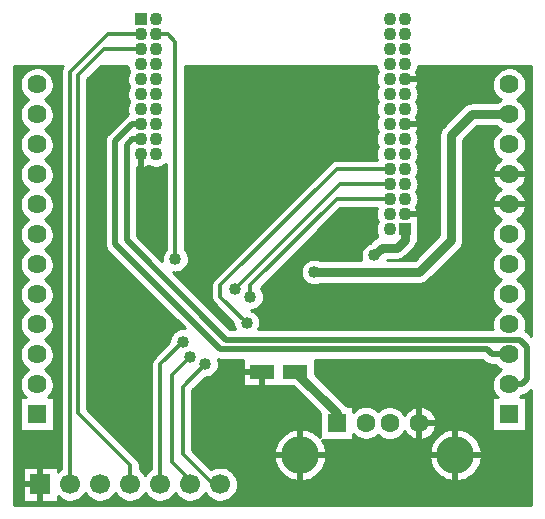
<source format=gbr>
G04 DipTrace 2.4.0.2*
%INTop.gbr*%
%MOMM*%
%ADD13C,0.3*%
%ADD14C,0.5*%
%ADD15C,0.75*%
%ADD16C,0.25*%
%ADD18R,2.0X1.2*%
%ADD19R,1.62X1.62*%
%ADD20C,1.62*%
%ADD21R,1.6X1.6*%
%ADD22C,1.6*%
%ADD23C,3.2*%
%ADD24R,1.7X1.7*%
%ADD25C,1.7*%
%ADD26R,1.0X1.0*%
%ADD27C,1.1*%
%ADD28C,1.016*%
%FSLAX53Y53*%
G04*
G71*
G90*
G75*
G01*
%LNTop*%
%LPD*%
X21350Y50975D2*
D13*
X18550D1*
X15355Y47780D1*
Y12855D1*
X22620Y50975D2*
X23590D1*
X24245Y50320D1*
Y31905D1*
X21350Y49705D2*
X18233D1*
X15990Y47462D1*
Y18887D1*
X20435Y14443D1*
Y12855D1*
X42380Y38255D2*
X38215D1*
X29325Y29365D1*
X24880Y24920D2*
X22975Y23015D1*
Y12855D1*
X42380Y36985D2*
X37898D1*
X30595Y29683D1*
Y28730D1*
X25515Y23650D2*
X23927Y22062D1*
Y14760D1*
X25515Y13172D1*
Y12855D1*
X42380Y39525D2*
X37898D1*
X28055Y29683D1*
Y28730D1*
X30278Y26508D1*
X26785Y23015D2*
X24880Y21110D1*
Y15395D1*
X27420Y12855D1*
X28055D1*
X21350Y42085D2*
D14*
X20612D1*
X20116Y41590D1*
Y33494D1*
X28532Y25078D1*
X53446D1*
X54032Y24492D1*
Y21751D1*
X53582Y21300D1*
X52500D1*
X21350Y43355D2*
X20611D1*
X19164Y41907D1*
Y33176D1*
X28056Y24284D1*
X50599D1*
X51044Y23840D1*
X52500D1*
X37890Y18032D2*
D15*
Y18895D1*
X34405Y22380D1*
X52500Y44160D2*
X49340D1*
X47592Y42412D1*
Y33493D1*
X44912Y30814D1*
X35992D1*
X43650Y34445D2*
Y33495D1*
X43012Y32857D1*
X41708D1*
X41072Y32222D1*
D28*
X24245Y31905D3*
X29325Y29365D3*
X24880Y24920D3*
X30595Y28730D3*
X25515Y23650D3*
X30278Y26508D3*
X26785Y23015D3*
X35992Y30814D3*
X41072Y32222D3*
X21705Y26190D3*
Y23015D3*
X38532Y22380D3*
X28690Y40160D3*
X38532Y29011D3*
X26150Y33810D3*
Y40160D3*
X28690Y33810D3*
X43930Y29011D3*
Y27460D3*
Y22380D3*
X38532Y27460D3*
X33770Y30000D3*
Y27460D3*
X22022Y36032D3*
X28055Y20475D3*
Y17935D3*
X10650Y48043D2*
D16*
X11942D1*
X13058D2*
X14590D1*
X17707D2*
X20207D1*
X25054D2*
X41231D1*
X44800D2*
X51942D1*
X53058D2*
X54350D1*
X10650Y47797D2*
X11536D1*
X13464D2*
X14547D1*
X17461D2*
X20321D1*
X25054D2*
X41344D1*
X44687D2*
X51536D1*
X53464D2*
X54350D1*
X10650Y47550D2*
X11305D1*
X13695D2*
X14547D1*
X17211D2*
X20204D1*
X25054D2*
X41243D1*
X44789D2*
X51305D1*
X53695D2*
X54350D1*
X10650Y47303D2*
X11161D1*
X13839D2*
X14547D1*
X16964D2*
X20149D1*
X25054D2*
X41180D1*
X44847D2*
X51161D1*
X53839D2*
X54350D1*
X10650Y47057D2*
X11075D1*
X13925D2*
X14547D1*
X16800D2*
X20145D1*
X25054D2*
X41172D1*
X44855D2*
X51075D1*
X53925D2*
X54350D1*
X10650Y46810D2*
X11036D1*
X13964D2*
X14547D1*
X16800D2*
X20196D1*
X25054D2*
X41219D1*
X44812D2*
X51036D1*
X53964D2*
X54350D1*
X10650Y46563D2*
X11036D1*
X13964D2*
X14547D1*
X16800D2*
X20305D1*
X25054D2*
X41325D1*
X44707D2*
X51036D1*
X53964D2*
X54350D1*
X10650Y46317D2*
X11082D1*
X13918D2*
X14547D1*
X16800D2*
X20219D1*
X25054D2*
X41254D1*
X44773D2*
X51082D1*
X53918D2*
X54350D1*
X10650Y46070D2*
X11176D1*
X13824D2*
X14547D1*
X16800D2*
X20153D1*
X25054D2*
X41188D1*
X44843D2*
X51176D1*
X53824D2*
X54350D1*
X10650Y45823D2*
X11329D1*
X13671D2*
X14547D1*
X16800D2*
X20141D1*
X25054D2*
X41172D1*
X44859D2*
X51328D1*
X53672D2*
X54350D1*
X10650Y45577D2*
X11567D1*
X13433D2*
X14547D1*
X16800D2*
X20184D1*
X25054D2*
X41207D1*
X44820D2*
X51567D1*
X53433D2*
X54350D1*
X10650Y45330D2*
X11629D1*
X13371D2*
X14547D1*
X16800D2*
X20286D1*
X25054D2*
X41305D1*
X44726D2*
X51629D1*
X53371D2*
X54350D1*
X10650Y45083D2*
X11364D1*
X13636D2*
X14547D1*
X16800D2*
X20231D1*
X25054D2*
X41270D1*
X44757D2*
X48907D1*
X53636D2*
X54350D1*
X10650Y44837D2*
X11200D1*
X13800D2*
X14547D1*
X16800D2*
X20161D1*
X25054D2*
X41192D1*
X44836D2*
X48563D1*
X53800D2*
X54350D1*
X10650Y44590D2*
X11094D1*
X13906D2*
X14547D1*
X16800D2*
X20141D1*
X25054D2*
X41172D1*
X44859D2*
X48317D1*
X53906D2*
X54350D1*
X10650Y44343D2*
X11043D1*
X13957D2*
X14547D1*
X16800D2*
X20176D1*
X25054D2*
X41200D1*
X44832D2*
X48071D1*
X53957D2*
X54350D1*
X10650Y44097D2*
X11032D1*
X13968D2*
X14547D1*
X16800D2*
X20102D1*
X25054D2*
X41286D1*
X44746D2*
X47825D1*
X53968D2*
X54350D1*
X10650Y43850D2*
X11063D1*
X13937D2*
X14547D1*
X16800D2*
X19829D1*
X25054D2*
X41289D1*
X44742D2*
X47578D1*
X53937D2*
X54350D1*
X10650Y43603D2*
X11141D1*
X13859D2*
X14547D1*
X16800D2*
X19582D1*
X25054D2*
X41200D1*
X44828D2*
X47332D1*
X53859D2*
X54350D1*
X10650Y43357D2*
X11274D1*
X13726D2*
X14547D1*
X16800D2*
X19336D1*
X25054D2*
X41172D1*
X44859D2*
X47082D1*
X53726D2*
X54350D1*
X10650Y43110D2*
X11481D1*
X13519D2*
X14547D1*
X16800D2*
X19090D1*
X25054D2*
X41192D1*
X44839D2*
X46836D1*
X49742D2*
X51481D1*
X53519D2*
X54350D1*
X10650Y42863D2*
X11739D1*
X13261D2*
X14547D1*
X16800D2*
X18844D1*
X25054D2*
X41270D1*
X44761D2*
X46664D1*
X49496D2*
X51739D1*
X53261D2*
X54350D1*
X10650Y42617D2*
X11430D1*
X13570D2*
X14547D1*
X16800D2*
X18598D1*
X25054D2*
X41305D1*
X44722D2*
X46578D1*
X49250D2*
X51430D1*
X53570D2*
X54350D1*
X10650Y42370D2*
X11239D1*
X13761D2*
X14547D1*
X16800D2*
X18383D1*
X25054D2*
X41211D1*
X44820D2*
X46559D1*
X49004D2*
X51239D1*
X53761D2*
X54350D1*
X10650Y42123D2*
X11121D1*
X13879D2*
X14547D1*
X16800D2*
X18282D1*
X25054D2*
X41172D1*
X44859D2*
X46559D1*
X48757D2*
X51121D1*
X53879D2*
X54350D1*
X10650Y41877D2*
X11055D1*
X13945D2*
X14547D1*
X16800D2*
X18254D1*
X25054D2*
X41184D1*
X44843D2*
X46559D1*
X48629D2*
X51055D1*
X53945D2*
X54350D1*
X10650Y41630D2*
X11032D1*
X13968D2*
X14547D1*
X16800D2*
X18254D1*
X25054D2*
X41254D1*
X44777D2*
X46559D1*
X48629D2*
X51032D1*
X53968D2*
X54350D1*
X10650Y41383D2*
X11051D1*
X13949D2*
X14547D1*
X16800D2*
X18254D1*
X25054D2*
X41328D1*
X44703D2*
X46559D1*
X48629D2*
X51051D1*
X53949D2*
X54350D1*
X10650Y41137D2*
X11114D1*
X13886D2*
X14547D1*
X16800D2*
X18254D1*
X25054D2*
X41219D1*
X44808D2*
X46559D1*
X48629D2*
X51114D1*
X53886D2*
X54350D1*
X10650Y40890D2*
X11227D1*
X13773D2*
X14547D1*
X16800D2*
X18254D1*
X25054D2*
X41172D1*
X44855D2*
X46559D1*
X48629D2*
X51227D1*
X53773D2*
X54350D1*
X10650Y40643D2*
X11411D1*
X13589D2*
X14547D1*
X16800D2*
X18254D1*
X25054D2*
X41180D1*
X44851D2*
X46559D1*
X48629D2*
X51411D1*
X53589D2*
X54350D1*
X10650Y40397D2*
X11707D1*
X13293D2*
X14547D1*
X16800D2*
X18254D1*
X25054D2*
X41239D1*
X44789D2*
X46559D1*
X48629D2*
X51707D1*
X53293D2*
X54350D1*
X10650Y40150D2*
X11504D1*
X13496D2*
X14547D1*
X16800D2*
X18254D1*
X25054D2*
X37399D1*
X44683D2*
X46559D1*
X48629D2*
X51504D1*
X53496D2*
X54350D1*
X10650Y39903D2*
X11289D1*
X13711D2*
X14547D1*
X16800D2*
X18254D1*
X25054D2*
X37141D1*
X44797D2*
X46559D1*
X48629D2*
X51289D1*
X53711D2*
X54350D1*
X10650Y39657D2*
X11149D1*
X13851D2*
X14547D1*
X16800D2*
X18254D1*
X21621D2*
X22348D1*
X22890D2*
X23434D1*
X25054D2*
X36895D1*
X44851D2*
X46559D1*
X48629D2*
X51149D1*
X53851D2*
X54350D1*
X10650Y39410D2*
X11067D1*
X13933D2*
X14547D1*
X16800D2*
X18254D1*
X21027D2*
X23434D1*
X25054D2*
X36649D1*
X44855D2*
X46559D1*
X48629D2*
X51067D1*
X53933D2*
X54350D1*
X10650Y39163D2*
X11032D1*
X13968D2*
X14547D1*
X16800D2*
X18254D1*
X21027D2*
X23434D1*
X25054D2*
X36403D1*
X44804D2*
X46559D1*
X48629D2*
X51032D1*
X53968D2*
X54350D1*
X10650Y38917D2*
X11039D1*
X13961D2*
X14547D1*
X16800D2*
X18254D1*
X21027D2*
X23434D1*
X25054D2*
X36153D1*
X44691D2*
X46559D1*
X48629D2*
X51039D1*
X53961D2*
X54350D1*
X10650Y38670D2*
X11090D1*
X13910D2*
X14547D1*
X16800D2*
X18254D1*
X21027D2*
X23434D1*
X25054D2*
X35907D1*
X44785D2*
X46559D1*
X48629D2*
X51090D1*
X53910D2*
X54350D1*
X10650Y38423D2*
X11188D1*
X13812D2*
X14547D1*
X16800D2*
X18254D1*
X21027D2*
X23434D1*
X25054D2*
X35661D1*
X44847D2*
X46559D1*
X48629D2*
X51188D1*
X53812D2*
X54350D1*
X10650Y38177D2*
X11348D1*
X13652D2*
X14547D1*
X16800D2*
X18254D1*
X21027D2*
X23434D1*
X25054D2*
X35414D1*
X44859D2*
X46559D1*
X48629D2*
X51348D1*
X53652D2*
X54350D1*
X10650Y37930D2*
X11602D1*
X13398D2*
X14547D1*
X16800D2*
X18254D1*
X21027D2*
X23434D1*
X25054D2*
X35168D1*
X44816D2*
X46559D1*
X48629D2*
X51602D1*
X53398D2*
X54350D1*
X10650Y37683D2*
X11590D1*
X13410D2*
X14547D1*
X16800D2*
X18254D1*
X21027D2*
X23434D1*
X25054D2*
X34922D1*
X44711D2*
X46559D1*
X48629D2*
X51590D1*
X53410D2*
X54350D1*
X10650Y37437D2*
X11344D1*
X13656D2*
X14547D1*
X16800D2*
X18254D1*
X21027D2*
X23434D1*
X25054D2*
X34676D1*
X44769D2*
X46559D1*
X48629D2*
X51344D1*
X53656D2*
X54350D1*
X10650Y37190D2*
X11184D1*
X13816D2*
X14547D1*
X16800D2*
X18254D1*
X21027D2*
X23434D1*
X25054D2*
X34426D1*
X44843D2*
X46559D1*
X48629D2*
X51184D1*
X53816D2*
X54350D1*
X10650Y36943D2*
X11086D1*
X13914D2*
X14547D1*
X16800D2*
X18254D1*
X21027D2*
X23434D1*
X25054D2*
X34180D1*
X44859D2*
X46559D1*
X48629D2*
X51086D1*
X53914D2*
X54350D1*
X10650Y36697D2*
X11039D1*
X13961D2*
X14547D1*
X16800D2*
X18254D1*
X21027D2*
X23434D1*
X25054D2*
X33934D1*
X44824D2*
X46559D1*
X48629D2*
X51039D1*
X53961D2*
X54350D1*
X10650Y36450D2*
X11032D1*
X13968D2*
X14547D1*
X16800D2*
X18254D1*
X21027D2*
X23434D1*
X25054D2*
X33688D1*
X44730D2*
X46559D1*
X48629D2*
X51032D1*
X53968D2*
X54350D1*
X10650Y36203D2*
X11071D1*
X13929D2*
X14547D1*
X16800D2*
X18254D1*
X21027D2*
X23434D1*
X25054D2*
X33442D1*
X44754D2*
X46559D1*
X48629D2*
X51071D1*
X53929D2*
X54350D1*
X10650Y35957D2*
X11153D1*
X13847D2*
X14547D1*
X16800D2*
X18254D1*
X21027D2*
X23434D1*
X25054D2*
X33196D1*
X38004D2*
X41196D1*
X44836D2*
X46559D1*
X48629D2*
X51153D1*
X53847D2*
X54350D1*
X10650Y35710D2*
X11293D1*
X13707D2*
X14547D1*
X16800D2*
X18254D1*
X21027D2*
X23434D1*
X25054D2*
X32950D1*
X37757D2*
X41172D1*
X44859D2*
X46559D1*
X48629D2*
X51293D1*
X53707D2*
X54350D1*
X10650Y35463D2*
X11512D1*
X13488D2*
X14547D1*
X16800D2*
X18254D1*
X21027D2*
X23434D1*
X25054D2*
X32700D1*
X37511D2*
X41196D1*
X44832D2*
X46559D1*
X48629D2*
X51512D1*
X53488D2*
X54350D1*
X10650Y35217D2*
X11696D1*
X13304D2*
X14547D1*
X16800D2*
X18254D1*
X21027D2*
X23434D1*
X25054D2*
X32453D1*
X37265D2*
X41282D1*
X44808D2*
X46559D1*
X48629D2*
X51696D1*
X53304D2*
X54350D1*
X10650Y34970D2*
X11403D1*
X13597D2*
X14547D1*
X16800D2*
X18254D1*
X21027D2*
X23434D1*
X25054D2*
X32207D1*
X37015D2*
X41293D1*
X44808D2*
X46559D1*
X48629D2*
X51403D1*
X53597D2*
X54350D1*
X10650Y34723D2*
X11223D1*
X13777D2*
X14547D1*
X16800D2*
X18254D1*
X21027D2*
X23434D1*
X25054D2*
X31961D1*
X36769D2*
X41203D1*
X44808D2*
X46559D1*
X48629D2*
X51223D1*
X53777D2*
X54350D1*
X10650Y34477D2*
X11110D1*
X13890D2*
X14547D1*
X16800D2*
X18254D1*
X21027D2*
X23434D1*
X25054D2*
X31715D1*
X36523D2*
X41172D1*
X44808D2*
X46559D1*
X48629D2*
X51110D1*
X53890D2*
X54350D1*
X10650Y34230D2*
X11047D1*
X13953D2*
X14547D1*
X16800D2*
X18254D1*
X21027D2*
X23434D1*
X25054D2*
X31469D1*
X36277D2*
X41192D1*
X44808D2*
X46559D1*
X48629D2*
X51047D1*
X53953D2*
X54350D1*
X10650Y33983D2*
X11032D1*
X13968D2*
X14547D1*
X16800D2*
X18254D1*
X21027D2*
X23434D1*
X25054D2*
X31223D1*
X36031D2*
X41266D1*
X44808D2*
X46559D1*
X48629D2*
X51032D1*
X53968D2*
X54350D1*
X10650Y33737D2*
X11055D1*
X13945D2*
X14547D1*
X16800D2*
X18254D1*
X21148D2*
X23434D1*
X25054D2*
X30973D1*
X35785D2*
X41188D1*
X44808D2*
X46383D1*
X48629D2*
X51055D1*
X53945D2*
X54350D1*
X10650Y33490D2*
X11121D1*
X13879D2*
X14547D1*
X16800D2*
X18254D1*
X21398D2*
X23434D1*
X25054D2*
X30727D1*
X35539D2*
X40887D1*
X44808D2*
X46137D1*
X48629D2*
X51121D1*
X53879D2*
X54350D1*
X10650Y33243D2*
X11243D1*
X13757D2*
X14547D1*
X16800D2*
X18254D1*
X21644D2*
X23434D1*
X25054D2*
X30481D1*
X35289D2*
X40536D1*
X44652D2*
X45891D1*
X48597D2*
X51243D1*
X53757D2*
X54350D1*
X10650Y32997D2*
X11434D1*
X13566D2*
X14547D1*
X16800D2*
X18274D1*
X21890D2*
X23434D1*
X25054D2*
X30235D1*
X35043D2*
X40207D1*
X44554D2*
X45641D1*
X48496D2*
X51434D1*
X53566D2*
X54350D1*
X10650Y32750D2*
X11750D1*
X13250D2*
X14547D1*
X16800D2*
X18364D1*
X22136D2*
X23434D1*
X25054D2*
X29989D1*
X34797D2*
X40036D1*
X44359D2*
X45395D1*
X48300D2*
X51750D1*
X53250D2*
X54350D1*
X10650Y32503D2*
X11477D1*
X13523D2*
X14547D1*
X16800D2*
X18559D1*
X22382D2*
X23246D1*
X25242D2*
X29743D1*
X34550D2*
X39942D1*
X44113D2*
X45149D1*
X48054D2*
X51477D1*
X53523D2*
X54350D1*
X10650Y32257D2*
X11270D1*
X13730D2*
X14547D1*
X16800D2*
X18809D1*
X22629D2*
X23133D1*
X25359D2*
X29493D1*
X34304D2*
X39907D1*
X43863D2*
X44903D1*
X47808D2*
X51270D1*
X53730D2*
X54350D1*
X10650Y32010D2*
X11141D1*
X13859D2*
X14547D1*
X16800D2*
X19055D1*
X22875D2*
X23082D1*
X25410D2*
X29246D1*
X34058D2*
X39926D1*
X43586D2*
X44657D1*
X47562D2*
X51141D1*
X53859D2*
X54350D1*
X10650Y31763D2*
X11063D1*
X13937D2*
X14547D1*
X16800D2*
X19301D1*
X25402D2*
X29000D1*
X33812D2*
X35332D1*
X47316D2*
X51063D1*
X53937D2*
X54350D1*
X10650Y31517D2*
X11032D1*
X13968D2*
X14547D1*
X16800D2*
X19547D1*
X25343D2*
X28754D1*
X33562D2*
X35067D1*
X47070D2*
X51032D1*
X53968D2*
X54350D1*
X10650Y31270D2*
X11043D1*
X13957D2*
X14547D1*
X16800D2*
X19793D1*
X25218D2*
X28508D1*
X33316D2*
X34918D1*
X46820D2*
X51043D1*
X53957D2*
X54350D1*
X10650Y31023D2*
X11098D1*
X13902D2*
X14547D1*
X16800D2*
X20039D1*
X24996D2*
X28262D1*
X33070D2*
X34844D1*
X46574D2*
X51098D1*
X53902D2*
X54350D1*
X10650Y30777D2*
X11204D1*
X13796D2*
X14547D1*
X16800D2*
X20286D1*
X24449D2*
X28016D1*
X32824D2*
X34825D1*
X46328D2*
X51203D1*
X53797D2*
X54350D1*
X10650Y30530D2*
X11368D1*
X13632D2*
X14547D1*
X16800D2*
X20536D1*
X24355D2*
X27766D1*
X32578D2*
X34860D1*
X46082D2*
X51368D1*
X53632D2*
X54350D1*
X10650Y30283D2*
X11637D1*
X13363D2*
X14547D1*
X16800D2*
X20782D1*
X24601D2*
X27520D1*
X32332D2*
X34953D1*
X45836D2*
X51637D1*
X53363D2*
X54350D1*
X10650Y30037D2*
X11559D1*
X13441D2*
X14547D1*
X16800D2*
X21028D1*
X24851D2*
X27329D1*
X32086D2*
X35129D1*
X45582D2*
X51559D1*
X53441D2*
X54350D1*
X10650Y29790D2*
X11321D1*
X13679D2*
X14547D1*
X16800D2*
X21274D1*
X25097D2*
X27254D1*
X31836D2*
X35461D1*
X36527D2*
X51321D1*
X53679D2*
X54350D1*
X10650Y29543D2*
X11172D1*
X13828D2*
X14547D1*
X16800D2*
X21520D1*
X25343D2*
X27246D1*
X31589D2*
X51172D1*
X53828D2*
X54350D1*
X10650Y29297D2*
X11079D1*
X13921D2*
X14547D1*
X16800D2*
X21766D1*
X25589D2*
X27246D1*
X31613D2*
X51078D1*
X53922D2*
X54350D1*
X10650Y29050D2*
X11036D1*
X13964D2*
X14547D1*
X16800D2*
X22012D1*
X25836D2*
X27246D1*
X31718D2*
X51036D1*
X53964D2*
X54350D1*
X10650Y28803D2*
X11036D1*
X13964D2*
X14547D1*
X16800D2*
X22262D1*
X26082D2*
X27246D1*
X31761D2*
X51036D1*
X53964D2*
X54350D1*
X10650Y28557D2*
X11079D1*
X13921D2*
X14547D1*
X16800D2*
X22508D1*
X26328D2*
X27266D1*
X31750D2*
X51078D1*
X53922D2*
X54350D1*
X10650Y28310D2*
X11164D1*
X13836D2*
X14547D1*
X16800D2*
X22754D1*
X26578D2*
X27368D1*
X31683D2*
X51164D1*
X53836D2*
X54350D1*
X10650Y28063D2*
X11313D1*
X13687D2*
X14547D1*
X16800D2*
X23000D1*
X26824D2*
X27586D1*
X31546D2*
X51313D1*
X53687D2*
X54350D1*
X10650Y27817D2*
X11543D1*
X13457D2*
X14547D1*
X16800D2*
X23246D1*
X27070D2*
X27832D1*
X31308D2*
X51543D1*
X53457D2*
X54350D1*
X10650Y27570D2*
X11657D1*
X13343D2*
X14547D1*
X16800D2*
X23493D1*
X27316D2*
X28079D1*
X30722D2*
X51657D1*
X53343D2*
X54350D1*
X10650Y27323D2*
X11379D1*
X13621D2*
X14547D1*
X16800D2*
X23739D1*
X27562D2*
X28329D1*
X31101D2*
X51379D1*
X53621D2*
X54350D1*
X10650Y27077D2*
X11211D1*
X13789D2*
X14547D1*
X16800D2*
X23989D1*
X27808D2*
X28575D1*
X31293D2*
X51211D1*
X53789D2*
X54350D1*
X10650Y26830D2*
X11102D1*
X13898D2*
X14547D1*
X16800D2*
X24235D1*
X28054D2*
X28821D1*
X31398D2*
X51102D1*
X53898D2*
X54350D1*
X10650Y26583D2*
X11043D1*
X13957D2*
X14547D1*
X16800D2*
X24481D1*
X28304D2*
X29067D1*
X31441D2*
X51043D1*
X53957D2*
X54350D1*
X10650Y26337D2*
X11032D1*
X13968D2*
X14547D1*
X16800D2*
X24727D1*
X28550D2*
X29121D1*
X31433D2*
X51032D1*
X53968D2*
X54350D1*
X10650Y26090D2*
X11059D1*
X13941D2*
X14547D1*
X16800D2*
X24973D1*
X28796D2*
X29188D1*
X31367D2*
X51059D1*
X53941D2*
X54350D1*
X10650Y25843D2*
X11133D1*
X13867D2*
X14547D1*
X16800D2*
X24180D1*
X53918D2*
X54350D1*
X10650Y25597D2*
X11262D1*
X13738D2*
X14547D1*
X16800D2*
X23934D1*
X54203D2*
X54350D1*
X10650Y25350D2*
X11461D1*
X13539D2*
X14547D1*
X16800D2*
X23797D1*
X10650Y25103D2*
X11774D1*
X13226D2*
X14547D1*
X16800D2*
X23727D1*
X10650Y24857D2*
X11450D1*
X13550D2*
X14547D1*
X16800D2*
X23680D1*
X10650Y24610D2*
X11254D1*
X13746D2*
X14547D1*
X16800D2*
X23434D1*
X10650Y24363D2*
X11129D1*
X13871D2*
X14547D1*
X16800D2*
X23188D1*
X10650Y24117D2*
X11059D1*
X13941D2*
X14547D1*
X16800D2*
X22942D1*
X10650Y23870D2*
X11032D1*
X13968D2*
X14547D1*
X16800D2*
X22696D1*
X10650Y23623D2*
X11047D1*
X13953D2*
X14547D1*
X16800D2*
X22450D1*
X10650Y23377D2*
X11106D1*
X13894D2*
X14547D1*
X16800D2*
X22254D1*
X27894D2*
X29946D1*
X36066D2*
X50231D1*
X10650Y23130D2*
X11215D1*
X13785D2*
X14547D1*
X16800D2*
X22172D1*
X27945D2*
X29946D1*
X36066D2*
X50493D1*
X10650Y22883D2*
X11391D1*
X13609D2*
X14547D1*
X16800D2*
X22164D1*
X27945D2*
X29946D1*
X36066D2*
X51391D1*
X10650Y22637D2*
X11676D1*
X13324D2*
X14547D1*
X16800D2*
X22164D1*
X27886D2*
X29946D1*
X36066D2*
X51676D1*
X10650Y22390D2*
X11528D1*
X13472D2*
X14547D1*
X16800D2*
X22164D1*
X27765D2*
X29946D1*
X36066D2*
X51528D1*
X10650Y22143D2*
X11301D1*
X13699D2*
X14547D1*
X16800D2*
X22164D1*
X27550D2*
X29946D1*
X36093D2*
X51301D1*
X10650Y21897D2*
X11161D1*
X13839D2*
X14547D1*
X16800D2*
X22164D1*
X27046D2*
X29946D1*
X36339D2*
X51161D1*
X10650Y21650D2*
X11075D1*
X13925D2*
X14547D1*
X16800D2*
X22164D1*
X26554D2*
X29946D1*
X36589D2*
X51075D1*
X10650Y21403D2*
X11036D1*
X13964D2*
X14547D1*
X16800D2*
X22164D1*
X26308D2*
X29946D1*
X36836D2*
X51036D1*
X10650Y21157D2*
X11036D1*
X13964D2*
X14547D1*
X16800D2*
X22164D1*
X26062D2*
X29946D1*
X37082D2*
X51036D1*
X10650Y20910D2*
X11082D1*
X13918D2*
X14547D1*
X16800D2*
X22164D1*
X25816D2*
X34422D1*
X37328D2*
X51082D1*
X10650Y20663D2*
X11180D1*
X13820D2*
X14547D1*
X16800D2*
X22164D1*
X25691D2*
X34668D1*
X37574D2*
X51180D1*
X54222D2*
X54350D1*
X10650Y20417D2*
X11332D1*
X13668D2*
X14547D1*
X16800D2*
X22164D1*
X25691D2*
X34914D1*
X37820D2*
X51332D1*
X53668D2*
X54350D1*
X10650Y20170D2*
X11032D1*
X13968D2*
X14547D1*
X16800D2*
X22164D1*
X25691D2*
X35161D1*
X38066D2*
X51032D1*
X53968D2*
X54350D1*
X10650Y19923D2*
X11032D1*
X13968D2*
X14547D1*
X16800D2*
X22164D1*
X25691D2*
X35411D1*
X38316D2*
X51032D1*
X53968D2*
X54350D1*
X10650Y19677D2*
X11032D1*
X13968D2*
X14547D1*
X16800D2*
X22164D1*
X25691D2*
X35657D1*
X38562D2*
X51032D1*
X53968D2*
X54350D1*
X10650Y19430D2*
X11032D1*
X13968D2*
X14547D1*
X16800D2*
X22164D1*
X25691D2*
X35903D1*
X39351D2*
X40043D1*
X40734D2*
X42043D1*
X42734D2*
X44543D1*
X45234D2*
X51032D1*
X53968D2*
X54350D1*
X10650Y19183D2*
X11032D1*
X13968D2*
X14547D1*
X16828D2*
X22164D1*
X25691D2*
X36149D1*
X39351D2*
X39508D1*
X41269D2*
X41508D1*
X43269D2*
X44008D1*
X45769D2*
X51032D1*
X53968D2*
X54350D1*
X10650Y18937D2*
X11032D1*
X13968D2*
X14547D1*
X17074D2*
X22164D1*
X25691D2*
X36395D1*
X43527D2*
X43750D1*
X46027D2*
X51032D1*
X53968D2*
X54350D1*
X10650Y18690D2*
X11032D1*
X13968D2*
X14547D1*
X17324D2*
X22164D1*
X25691D2*
X36430D1*
X46191D2*
X51032D1*
X53968D2*
X54350D1*
X10650Y18443D2*
X11032D1*
X13968D2*
X14547D1*
X17570D2*
X22164D1*
X25691D2*
X36430D1*
X46289D2*
X51032D1*
X53968D2*
X54350D1*
X10650Y18197D2*
X11032D1*
X13968D2*
X14547D1*
X17816D2*
X22164D1*
X25691D2*
X36430D1*
X46339D2*
X51032D1*
X53968D2*
X54350D1*
X10650Y17950D2*
X11032D1*
X13968D2*
X14547D1*
X18062D2*
X22164D1*
X25691D2*
X36430D1*
X46347D2*
X51032D1*
X53968D2*
X54350D1*
X10650Y17703D2*
X11032D1*
X13968D2*
X14547D1*
X18308D2*
X22164D1*
X25691D2*
X36430D1*
X46312D2*
X51032D1*
X53968D2*
X54350D1*
X10650Y17457D2*
X11032D1*
X13968D2*
X14547D1*
X18554D2*
X22164D1*
X25691D2*
X34106D1*
X35535D2*
X36430D1*
X46230D2*
X47243D1*
X48675D2*
X51032D1*
X53968D2*
X54350D1*
X10650Y17210D2*
X14547D1*
X18800D2*
X22164D1*
X25691D2*
X33586D1*
X36054D2*
X36430D1*
X46089D2*
X46723D1*
X49195D2*
X54350D1*
X10650Y16963D2*
X14547D1*
X19050D2*
X22164D1*
X25691D2*
X33270D1*
X43375D2*
X43907D1*
X45875D2*
X46407D1*
X49511D2*
X54350D1*
X10650Y16717D2*
X14547D1*
X19296D2*
X22164D1*
X25691D2*
X33039D1*
X39351D2*
X39789D1*
X40988D2*
X41789D1*
X42988D2*
X44289D1*
X45488D2*
X46180D1*
X49738D2*
X54350D1*
X10650Y16470D2*
X14547D1*
X19543D2*
X22164D1*
X25691D2*
X32871D1*
X36769D2*
X46012D1*
X49910D2*
X54350D1*
X10650Y16223D2*
X14547D1*
X19789D2*
X22164D1*
X25691D2*
X32746D1*
X36894D2*
X45887D1*
X50035D2*
X54350D1*
X10650Y15977D2*
X14547D1*
X20035D2*
X22164D1*
X25691D2*
X32657D1*
X36984D2*
X45797D1*
X50125D2*
X54350D1*
X10650Y15730D2*
X14547D1*
X20281D2*
X22164D1*
X25691D2*
X32598D1*
X37043D2*
X45735D1*
X50183D2*
X54350D1*
X10650Y15483D2*
X14547D1*
X20527D2*
X22164D1*
X25925D2*
X32567D1*
X37074D2*
X45707D1*
X50214D2*
X54350D1*
X10650Y15237D2*
X14547D1*
X20777D2*
X22164D1*
X26171D2*
X32563D1*
X37078D2*
X45703D1*
X50218D2*
X54350D1*
X10650Y14990D2*
X14547D1*
X21023D2*
X22164D1*
X26421D2*
X32586D1*
X37054D2*
X45727D1*
X50195D2*
X54350D1*
X10650Y14743D2*
X14547D1*
X21183D2*
X22164D1*
X26668D2*
X32641D1*
X37000D2*
X45778D1*
X50140D2*
X54350D1*
X10650Y14497D2*
X14547D1*
X21242D2*
X22164D1*
X26914D2*
X32723D1*
X36918D2*
X45864D1*
X50058D2*
X54350D1*
X10650Y14250D2*
X11305D1*
X14324D2*
X14547D1*
X21246D2*
X22164D1*
X27160D2*
X27520D1*
X28589D2*
X32840D1*
X36800D2*
X45981D1*
X49941D2*
X54350D1*
X10650Y14003D2*
X11305D1*
X21402D2*
X22008D1*
X29019D2*
X32996D1*
X36640D2*
X46137D1*
X49781D2*
X54350D1*
X10650Y13757D2*
X11305D1*
X21640D2*
X21770D1*
X29261D2*
X33211D1*
X36429D2*
X46348D1*
X49570D2*
X54350D1*
X10650Y13510D2*
X11305D1*
X29414D2*
X33500D1*
X36140D2*
X46641D1*
X49281D2*
X54350D1*
X10650Y13263D2*
X11305D1*
X29507D2*
X33950D1*
X35691D2*
X47090D1*
X48832D2*
X54350D1*
X10650Y13017D2*
X11305D1*
X29554D2*
X54350D1*
X10650Y12770D2*
X11305D1*
X29562D2*
X54350D1*
X10650Y12523D2*
X11305D1*
X29527D2*
X54350D1*
X10650Y12277D2*
X11305D1*
X29449D2*
X54350D1*
X10650Y12030D2*
X11305D1*
X29316D2*
X54350D1*
X10650Y11783D2*
X11305D1*
X16406D2*
X16844D1*
X18949D2*
X19383D1*
X21488D2*
X21922D1*
X24027D2*
X24461D1*
X26566D2*
X27004D1*
X29109D2*
X54350D1*
X10650Y11537D2*
X11305D1*
X14324D2*
X14649D1*
X16062D2*
X17188D1*
X18601D2*
X19727D1*
X21144D2*
X22266D1*
X23683D2*
X24809D1*
X26222D2*
X27348D1*
X28761D2*
X54350D1*
X10650Y11290D2*
X54350D1*
X36040Y23400D2*
Y22174D1*
X38604Y19609D1*
X38686Y19516D1*
X38830Y19467D1*
X39325D1*
Y18994D1*
X39460Y19124D1*
X39663Y19269D1*
X39889Y19376D1*
X40129Y19443D1*
X40378Y19466D1*
X40627Y19447D1*
X40868Y19384D1*
X41096Y19281D1*
X41302Y19140D1*
X41392Y19059D1*
X41558Y19201D1*
X41773Y19327D1*
X42007Y19415D1*
X42253Y19460D1*
X42503Y19462D1*
X42749Y19421D1*
X42984Y19338D1*
X43202Y19215D1*
X43395Y19056D1*
X43557Y18867D1*
X43638Y18738D1*
X43738Y18887D1*
X43868Y19039D1*
X44018Y19171D1*
X44185Y19281D1*
X44365Y19367D1*
X44556Y19427D1*
X44753Y19460D1*
X44953Y19465D1*
X45151Y19443D1*
X45345Y19393D1*
X45529Y19316D1*
X45702Y19215D1*
X45858Y19091D1*
X45996Y18946D1*
X46112Y18783D1*
X46205Y18606D1*
X46272Y18418D1*
X46312Y18222D1*
X46325Y18032D1*
X46311Y17832D1*
X46270Y17637D1*
X46201Y17449D1*
X46108Y17272D1*
X45990Y17111D1*
X45852Y16967D1*
X45695Y16843D1*
X45522Y16743D1*
X45337Y16668D1*
X45143Y16619D1*
X44944Y16598D1*
X44744Y16604D1*
X44547Y16638D1*
X44357Y16699D1*
X44177Y16786D1*
X44011Y16897D1*
X43862Y17030D1*
X43733Y17183D1*
X43640Y17326D1*
X43490Y17111D1*
X43314Y16934D1*
X43110Y16790D1*
X42884Y16684D1*
X42643Y16619D1*
X42394Y16597D1*
X42145Y16618D1*
X41904Y16681D1*
X41677Y16786D1*
X41472Y16928D1*
X41388Y17005D1*
X41215Y16857D1*
X40999Y16732D1*
X40765Y16646D1*
X40519Y16602D1*
X40269D1*
X40023Y16644D1*
X39788Y16729D1*
X39572Y16853D1*
X39380Y17012D1*
X39324Y17073D1*
X39325Y16597D1*
X36664Y16595D1*
X36781Y16403D1*
X36879Y16201D1*
X36956Y15990D1*
X37011Y15772D1*
X37044Y15549D1*
X37055Y15307D1*
X37041Y15082D1*
X37005Y14860D1*
X36946Y14643D1*
X36866Y14433D1*
X36766Y14232D1*
X36645Y14042D1*
X36506Y13865D1*
X36350Y13703D1*
X36179Y13557D1*
X35994Y13430D1*
X35797Y13321D1*
X35590Y13233D1*
X35375Y13166D1*
X35154Y13122D1*
X34931Y13099D1*
X34706D1*
X34482Y13122D1*
X34262Y13167D1*
X34047Y13234D1*
X33840Y13323D1*
X33643Y13431D1*
X33458Y13559D1*
X33287Y13705D1*
X33131Y13867D1*
X32993Y14045D1*
X32873Y14235D1*
X32772Y14436D1*
X32693Y14646D1*
X32635Y14864D1*
X32599Y15086D1*
X32585Y15310D1*
X32594Y15535D1*
X32626Y15757D1*
X32680Y15976D1*
X32755Y16188D1*
X32852Y16391D1*
X32968Y16583D1*
X33104Y16763D1*
X33256Y16928D1*
X33424Y17077D1*
X33607Y17209D1*
X33802Y17321D1*
X34007Y17413D1*
X34220Y17485D1*
X34440Y17534D1*
X34663Y17561D1*
X34888Y17566D1*
X35112Y17547D1*
X35333Y17507D1*
X35549Y17444D1*
X35758Y17360D1*
X35957Y17256D1*
X36145Y17132D1*
X36319Y16989D1*
X36455Y16855D1*
Y18905D1*
X35054Y20302D1*
X34212Y21145D1*
X32770Y21149D1*
X32690Y21145D1*
X29970D1*
Y23400D1*
X28056Y23399D1*
X27888Y23416D1*
X27887Y23318D1*
X27914Y23196D1*
X27928Y23015D1*
X27921Y22890D1*
X27901Y22767D1*
X27867Y22647D1*
X27820Y22531D1*
X27761Y22421D1*
X27691Y22318D1*
X27609Y22223D1*
X27518Y22138D1*
X27418Y22063D1*
X27310Y22000D1*
X27196Y21948D1*
X27077Y21910D1*
X26955Y21885D1*
X26756Y21874D1*
X25663Y20783D1*
X25665Y15723D1*
X27026Y14359D1*
X27272Y14113D1*
X27450Y14211D1*
X27686Y14293D1*
X27932Y14335D1*
X28182D1*
X28428Y14292D1*
X28664Y14210D1*
X28882Y14088D1*
X29077Y13932D1*
X29243Y13746D1*
X29376Y13534D1*
X29471Y13303D1*
X29526Y13060D1*
X29540Y12855D1*
X29519Y12606D1*
X29457Y12364D1*
X29355Y12136D1*
X29216Y11929D1*
X29044Y11747D1*
X28845Y11597D1*
X28623Y11483D1*
X28385Y11407D1*
X28138Y11372D1*
X27888Y11379D1*
X27643Y11428D1*
X27410Y11517D1*
X27195Y11644D1*
X27004Y11806D1*
X26843Y11997D1*
X26786Y12085D1*
X26676Y11929D1*
X26504Y11747D1*
X26305Y11597D1*
X26083Y11483D1*
X25845Y11407D1*
X25598Y11372D1*
X25348Y11379D1*
X25103Y11428D1*
X24870Y11517D1*
X24655Y11644D1*
X24464Y11806D1*
X24303Y11997D1*
X24246Y12085D1*
X24136Y11929D1*
X23964Y11747D1*
X23765Y11597D1*
X23543Y11483D1*
X23305Y11407D1*
X23058Y11372D1*
X22808Y11379D1*
X22563Y11428D1*
X22330Y11517D1*
X22115Y11644D1*
X21924Y11806D1*
X21763Y11997D1*
X21706Y12085D1*
X21596Y11929D1*
X21424Y11747D1*
X21225Y11597D1*
X21003Y11483D1*
X20765Y11407D1*
X20518Y11372D1*
X20268Y11379D1*
X20023Y11428D1*
X19790Y11517D1*
X19575Y11644D1*
X19384Y11806D1*
X19223Y11997D1*
X19166Y12085D1*
X19056Y11929D1*
X18884Y11747D1*
X18685Y11597D1*
X18463Y11483D1*
X18225Y11407D1*
X17978Y11372D1*
X17728Y11379D1*
X17483Y11428D1*
X17250Y11517D1*
X17035Y11644D1*
X16844Y11806D1*
X16683Y11997D1*
X16626Y12085D1*
X16516Y11929D1*
X16344Y11747D1*
X16145Y11597D1*
X15923Y11483D1*
X15685Y11407D1*
X15438Y11372D1*
X15188Y11379D1*
X14943Y11428D1*
X14710Y11517D1*
X14495Y11644D1*
X14302Y11809D1*
X14300Y11370D1*
X11330D1*
Y14340D1*
X14300D1*
Y13900D1*
X14431Y14017D1*
X14568Y14113D1*
X14570Y20230D1*
Y47780D1*
X14580Y47904D1*
X14609Y48026D1*
X14658Y48141D1*
X14745Y48273D1*
X14750Y48290D1*
X10625D1*
Y11075D1*
X54375D1*
Y20845D1*
X54207Y20674D1*
X54113Y20592D1*
X54008Y20525D1*
X53895Y20472D1*
X53775Y20436D1*
X53648Y20418D1*
X53529Y20285D1*
X53440Y20203D1*
X53945Y20205D1*
Y17315D1*
X51055D1*
Y20205D1*
X51559D1*
X51413Y20348D1*
X51265Y20549D1*
X51155Y20773D1*
X51084Y21012D1*
X51056Y21260D1*
X51070Y21510D1*
X51128Y21753D1*
X51226Y21982D1*
X51363Y22191D1*
X51533Y22374D1*
X51732Y22524D1*
X51810Y22569D1*
X51593Y22715D1*
X51413Y22888D1*
X51357Y22958D1*
X51044Y22955D1*
X50919Y22964D1*
X50797Y22990D1*
X50680Y23033D1*
X50570Y23093D1*
X50418Y23214D1*
X50224Y23399D1*
X36041D1*
X11180Y20205D2*
X11559D1*
X11413Y20348D1*
X11265Y20549D1*
X11155Y20773D1*
X11084Y21012D1*
X11056Y21260D1*
X11070Y21510D1*
X11128Y21753D1*
X11226Y21982D1*
X11363Y22191D1*
X11533Y22374D1*
X11732Y22524D1*
X11810Y22569D1*
X11593Y22715D1*
X11413Y22888D1*
X11265Y23089D1*
X11155Y23313D1*
X11084Y23552D1*
X11056Y23800D1*
X11070Y24050D1*
X11128Y24293D1*
X11226Y24522D1*
X11363Y24731D1*
X11533Y24914D1*
X11732Y25064D1*
X11810Y25109D1*
X11593Y25255D1*
X11413Y25428D1*
X11265Y25629D1*
X11155Y25853D1*
X11084Y26092D1*
X11056Y26340D1*
X11070Y26590D1*
X11128Y26833D1*
X11226Y27062D1*
X11363Y27271D1*
X11533Y27454D1*
X11732Y27604D1*
X11810Y27649D1*
X11593Y27795D1*
X11413Y27968D1*
X11265Y28169D1*
X11155Y28393D1*
X11084Y28632D1*
X11056Y28880D1*
X11070Y29130D1*
X11128Y29373D1*
X11226Y29602D1*
X11363Y29811D1*
X11533Y29994D1*
X11732Y30144D1*
X11810Y30189D1*
X11593Y30335D1*
X11413Y30508D1*
X11265Y30709D1*
X11155Y30933D1*
X11084Y31172D1*
X11056Y31420D1*
X11070Y31670D1*
X11128Y31913D1*
X11226Y32142D1*
X11363Y32351D1*
X11533Y32534D1*
X11732Y32684D1*
X11810Y32729D1*
X11593Y32875D1*
X11413Y33048D1*
X11265Y33249D1*
X11155Y33473D1*
X11084Y33712D1*
X11056Y33960D1*
X11070Y34210D1*
X11128Y34453D1*
X11226Y34682D1*
X11363Y34891D1*
X11533Y35074D1*
X11732Y35224D1*
X11810Y35269D1*
X11593Y35415D1*
X11413Y35588D1*
X11265Y35789D1*
X11155Y36013D1*
X11084Y36252D1*
X11056Y36500D1*
X11070Y36750D1*
X11128Y36993D1*
X11226Y37222D1*
X11363Y37431D1*
X11533Y37614D1*
X11732Y37764D1*
X11810Y37809D1*
X11593Y37955D1*
X11413Y38128D1*
X11265Y38329D1*
X11155Y38553D1*
X11084Y38792D1*
X11056Y39040D1*
X11070Y39290D1*
X11128Y39533D1*
X11226Y39762D1*
X11363Y39971D1*
X11533Y40154D1*
X11732Y40304D1*
X11810Y40349D1*
X11593Y40495D1*
X11413Y40668D1*
X11265Y40869D1*
X11155Y41093D1*
X11084Y41332D1*
X11056Y41580D1*
X11070Y41830D1*
X11128Y42073D1*
X11226Y42302D1*
X11363Y42511D1*
X11533Y42694D1*
X11732Y42844D1*
X11810Y42889D1*
X11593Y43035D1*
X11413Y43208D1*
X11265Y43409D1*
X11155Y43633D1*
X11084Y43872D1*
X11056Y44120D1*
X11070Y44370D1*
X11128Y44613D1*
X11226Y44842D1*
X11363Y45051D1*
X11533Y45234D1*
X11732Y45384D1*
X11810Y45429D1*
X11593Y45575D1*
X11413Y45748D1*
X11265Y45949D1*
X11155Y46173D1*
X11084Y46412D1*
X11056Y46660D1*
X11070Y46910D1*
X11128Y47153D1*
X11226Y47382D1*
X11363Y47591D1*
X11533Y47774D1*
X11732Y47924D1*
X11954Y48038D1*
X12193Y48112D1*
X12441Y48144D1*
X12690Y48132D1*
X12934Y48078D1*
X13165Y47983D1*
X13376Y47850D1*
X13560Y47682D1*
X13714Y47484D1*
X13830Y47264D1*
X13908Y47026D1*
X13943Y46779D1*
X13940Y46575D1*
X13897Y46329D1*
X13812Y46094D1*
X13688Y45877D1*
X13529Y45685D1*
X13339Y45523D1*
X13189Y45431D1*
X13376Y45310D1*
X13560Y45142D1*
X13714Y44944D1*
X13830Y44724D1*
X13908Y44486D1*
X13943Y44239D1*
X13940Y44035D1*
X13897Y43789D1*
X13812Y43554D1*
X13688Y43337D1*
X13529Y43145D1*
X13339Y42983D1*
X13189Y42891D1*
X13376Y42770D1*
X13560Y42602D1*
X13714Y42404D1*
X13830Y42184D1*
X13908Y41946D1*
X13943Y41699D1*
X13940Y41495D1*
X13897Y41249D1*
X13812Y41014D1*
X13688Y40797D1*
X13529Y40605D1*
X13339Y40443D1*
X13189Y40351D1*
X13376Y40230D1*
X13560Y40062D1*
X13714Y39864D1*
X13830Y39644D1*
X13908Y39406D1*
X13943Y39159D1*
X13940Y38955D1*
X13897Y38709D1*
X13812Y38474D1*
X13688Y38258D1*
X13529Y38065D1*
X13339Y37903D1*
X13189Y37811D1*
X13376Y37690D1*
X13560Y37522D1*
X13714Y37324D1*
X13830Y37104D1*
X13908Y36866D1*
X13943Y36619D1*
X13940Y36415D1*
X13897Y36169D1*
X13812Y35934D1*
X13688Y35718D1*
X13529Y35525D1*
X13339Y35363D1*
X13189Y35271D1*
X13376Y35150D1*
X13560Y34982D1*
X13714Y34784D1*
X13830Y34564D1*
X13908Y34326D1*
X13943Y34079D1*
X13940Y33875D1*
X13897Y33629D1*
X13812Y33394D1*
X13688Y33178D1*
X13529Y32985D1*
X13339Y32823D1*
X13189Y32731D1*
X13376Y32610D1*
X13560Y32442D1*
X13714Y32244D1*
X13830Y32024D1*
X13908Y31786D1*
X13943Y31539D1*
X13940Y31335D1*
X13897Y31089D1*
X13812Y30854D1*
X13688Y30637D1*
X13529Y30445D1*
X13339Y30283D1*
X13189Y30191D1*
X13376Y30070D1*
X13560Y29902D1*
X13714Y29704D1*
X13830Y29484D1*
X13908Y29246D1*
X13943Y28999D1*
X13940Y28795D1*
X13897Y28549D1*
X13812Y28314D1*
X13688Y28097D1*
X13529Y27905D1*
X13339Y27743D1*
X13189Y27651D1*
X13376Y27530D1*
X13560Y27362D1*
X13714Y27164D1*
X13830Y26944D1*
X13908Y26706D1*
X13943Y26459D1*
X13940Y26255D1*
X13897Y26009D1*
X13812Y25774D1*
X13688Y25558D1*
X13529Y25365D1*
X13339Y25203D1*
X13189Y25111D1*
X13376Y24990D1*
X13560Y24822D1*
X13714Y24624D1*
X13830Y24404D1*
X13908Y24166D1*
X13943Y23919D1*
X13940Y23715D1*
X13897Y23469D1*
X13812Y23234D1*
X13688Y23018D1*
X13529Y22825D1*
X13339Y22663D1*
X13189Y22571D1*
X13376Y22450D1*
X13560Y22282D1*
X13714Y22084D1*
X13830Y21864D1*
X13908Y21626D1*
X13943Y21379D1*
X13940Y21175D1*
X13897Y20929D1*
X13812Y20694D1*
X13688Y20477D1*
X13529Y20285D1*
X13440Y20203D1*
X13945Y20205D1*
Y17315D1*
X11055D1*
Y20205D1*
X11180D1*
X53940Y26255D2*
X53897Y26009D1*
X53849Y25865D1*
X53920Y25826D1*
X54072Y25704D1*
X54373Y25403D1*
X54375Y30450D1*
Y48290D1*
X44824D1*
X44809Y48167D1*
X44776Y48047D1*
X44731Y47930D1*
X44650Y47783D1*
X44743Y47604D1*
X44798Y47438D1*
X44829Y47266D1*
X44834Y47095D1*
X44814Y46922D1*
X44768Y46753D1*
X44698Y46593D1*
X44650Y46510D1*
X44752Y46310D1*
X44792Y46192D1*
X44819Y46070D1*
X44835Y45875D1*
X44828Y45751D1*
X44809Y45627D1*
X44776Y45507D1*
X44731Y45390D1*
X44650Y45243D1*
X44752Y45040D1*
X44792Y44922D1*
X44819Y44800D1*
X44835Y44605D1*
X44828Y44481D1*
X44809Y44357D1*
X44776Y44237D1*
X44731Y44120D1*
X44650Y43973D1*
X44743Y43794D1*
X44798Y43628D1*
X44829Y43456D1*
X44834Y43285D1*
X44814Y43112D1*
X44768Y42943D1*
X44698Y42783D1*
X44650Y42700D1*
X44752Y42500D1*
X44792Y42382D1*
X44819Y42260D1*
X44835Y42065D1*
X44828Y41941D1*
X44809Y41817D1*
X44776Y41697D1*
X44731Y41580D1*
X44650Y41433D1*
X44752Y41230D1*
X44792Y41112D1*
X44819Y40990D1*
X44835Y40795D1*
X44828Y40671D1*
X44809Y40547D1*
X44776Y40427D1*
X44731Y40310D1*
X44650Y40163D1*
X44752Y39960D1*
X44792Y39842D1*
X44819Y39720D1*
X44835Y39525D1*
X44828Y39401D1*
X44809Y39277D1*
X44776Y39157D1*
X44731Y39040D1*
X44650Y38893D1*
X44752Y38690D1*
X44792Y38572D1*
X44819Y38450D1*
X44835Y38255D1*
X44828Y38131D1*
X44809Y38007D1*
X44776Y37887D1*
X44731Y37770D1*
X44650Y37623D1*
X44752Y37420D1*
X44792Y37302D1*
X44819Y37180D1*
X44835Y36985D1*
X44828Y36861D1*
X44809Y36737D1*
X44776Y36617D1*
X44731Y36500D1*
X44650Y36353D1*
X44743Y36174D1*
X44798Y36008D1*
X44829Y35836D1*
X44834Y35665D1*
X44814Y35492D1*
X44785Y35374D1*
Y33310D1*
X44640D1*
X44593Y33133D1*
X44541Y33019D1*
X44475Y32913D1*
X44364Y32781D1*
X43727Y32143D1*
X43633Y32061D1*
X43530Y31990D1*
X43419Y31933D1*
X43302Y31890D1*
X43180Y31861D1*
X43012Y31847D1*
X42149D1*
X42242Y31823D1*
X44496D1*
X46582Y33911D1*
Y42412D1*
X46590Y42537D1*
X46613Y42659D1*
X46651Y42778D1*
X46703Y42892D1*
X46770Y42998D1*
X46878Y43126D1*
X48626Y44874D1*
X48720Y44957D1*
X48823Y45027D1*
X48934Y45085D1*
X49051Y45128D1*
X49173Y45156D1*
X49340Y45170D1*
X51469D1*
X51629Y45313D1*
X51810Y45429D1*
X51593Y45575D1*
X51413Y45748D1*
X51265Y45949D1*
X51155Y46173D1*
X51084Y46412D1*
X51056Y46660D1*
X51070Y46910D1*
X51128Y47153D1*
X51226Y47382D1*
X51363Y47591D1*
X51533Y47774D1*
X51732Y47924D1*
X51954Y48038D1*
X52193Y48112D1*
X52441Y48144D1*
X52690Y48132D1*
X52934Y48078D1*
X53165Y47983D1*
X53376Y47850D1*
X53560Y47682D1*
X53714Y47484D1*
X53830Y47264D1*
X53908Y47026D1*
X53943Y46779D1*
X53940Y46575D1*
X53897Y46329D1*
X53812Y46094D1*
X53688Y45877D1*
X53529Y45685D1*
X53339Y45523D1*
X53189Y45431D1*
X53376Y45310D1*
X53560Y45142D1*
X53714Y44944D1*
X53830Y44724D1*
X53908Y44486D1*
X53943Y44239D1*
X53940Y44035D1*
X53897Y43789D1*
X53812Y43554D1*
X53688Y43337D1*
X53529Y43145D1*
X53339Y42983D1*
X53189Y42891D1*
X53376Y42770D1*
X53560Y42602D1*
X53714Y42404D1*
X53830Y42184D1*
X53908Y41946D1*
X53943Y41699D1*
X53940Y41495D1*
X53897Y41249D1*
X53812Y41014D1*
X53688Y40797D1*
X53529Y40605D1*
X53339Y40443D1*
X53189Y40351D1*
X53356Y40244D1*
X53508Y40115D1*
X53641Y39966D1*
X53753Y39800D1*
X53840Y39621D1*
X53902Y39431D1*
X53937Y39234D1*
X53945Y39055D1*
X53928Y38856D1*
X53883Y38661D1*
X53812Y38474D1*
X53716Y38299D1*
X53596Y38139D1*
X53456Y37997D1*
X53297Y37875D1*
X53188Y37809D1*
X53335Y37719D1*
X53490Y37593D1*
X53626Y37446D1*
X53740Y37282D1*
X53830Y37104D1*
X53896Y36915D1*
X53934Y36719D1*
X53945Y36540D1*
X53931Y36341D1*
X53890Y36145D1*
X53822Y35957D1*
X53729Y35780D1*
X53613Y35618D1*
X53475Y35473D1*
X53318Y35349D1*
X53188Y35270D1*
X53376Y35150D1*
X53560Y34982D1*
X53714Y34784D1*
X53830Y34564D1*
X53908Y34326D1*
X53943Y34079D1*
X53940Y33875D1*
X53897Y33629D1*
X53812Y33394D1*
X53688Y33178D1*
X53529Y32985D1*
X53339Y32823D1*
X53189Y32731D1*
X53376Y32610D1*
X53560Y32442D1*
X53714Y32244D1*
X53830Y32024D1*
X53908Y31786D1*
X53943Y31539D1*
X53940Y31335D1*
X53897Y31089D1*
X53812Y30854D1*
X53688Y30637D1*
X53529Y30445D1*
X53339Y30283D1*
X53189Y30191D1*
X53376Y30070D1*
X53560Y29902D1*
X53714Y29704D1*
X53830Y29484D1*
X53908Y29246D1*
X53943Y28999D1*
X53940Y28795D1*
X53897Y28549D1*
X53812Y28314D1*
X53688Y28097D1*
X53529Y27905D1*
X53339Y27743D1*
X53189Y27651D1*
X53376Y27530D1*
X53560Y27362D1*
X53714Y27164D1*
X53830Y26944D1*
X53908Y26706D1*
X53943Y26459D1*
X53940Y26255D1*
X51118Y25960D2*
X51084Y26092D1*
X51056Y26340D1*
X51070Y26590D1*
X51128Y26833D1*
X51226Y27062D1*
X51363Y27271D1*
X51533Y27454D1*
X51732Y27604D1*
X51810Y27649D1*
X51593Y27795D1*
X51413Y27968D1*
X51265Y28169D1*
X51155Y28393D1*
X51084Y28632D1*
X51056Y28880D1*
X51070Y29130D1*
X51128Y29373D1*
X51226Y29602D1*
X51363Y29811D1*
X51533Y29994D1*
X51732Y30144D1*
X51810Y30189D1*
X51593Y30335D1*
X51413Y30508D1*
X51265Y30709D1*
X51155Y30933D1*
X51084Y31172D1*
X51056Y31420D1*
X51070Y31670D1*
X51128Y31913D1*
X51226Y32142D1*
X51363Y32351D1*
X51533Y32534D1*
X51732Y32684D1*
X51810Y32729D1*
X51593Y32875D1*
X51413Y33048D1*
X51265Y33249D1*
X51155Y33473D1*
X51084Y33712D1*
X51056Y33960D1*
X51070Y34210D1*
X51128Y34453D1*
X51226Y34682D1*
X51363Y34891D1*
X51533Y35074D1*
X51732Y35224D1*
X51810Y35269D1*
X51633Y35384D1*
X51482Y35515D1*
X51350Y35665D1*
X51240Y35832D1*
X51155Y36013D1*
X51095Y36203D1*
X51062Y36401D1*
X51056Y36600D1*
X51078Y36799D1*
X51128Y36993D1*
X51203Y37178D1*
X51304Y37350D1*
X51427Y37508D1*
X51571Y37647D1*
X51732Y37764D1*
X51811Y37810D1*
X51653Y37909D1*
X51499Y38037D1*
X51365Y38185D1*
X51253Y38351D1*
X51164Y38530D1*
X51101Y38719D1*
X51064Y38916D1*
X51055Y39115D1*
X51074Y39314D1*
X51120Y39509D1*
X51192Y39695D1*
X51290Y39870D1*
X51410Y40029D1*
X51552Y40170D1*
X51711Y40291D1*
X51811Y40350D1*
X51694Y40421D1*
X51499Y40577D1*
X51335Y40765D1*
X51205Y40979D1*
X51114Y41211D1*
X51064Y41456D1*
X51058Y41705D1*
X51094Y41952D1*
X51172Y42190D1*
X51290Y42410D1*
X51444Y42606D1*
X51629Y42773D1*
X51810Y42889D1*
X51593Y43035D1*
X51470Y43149D1*
X49762Y43150D1*
X48604Y41996D1*
X48602Y39537D1*
Y33493D1*
X48594Y33369D1*
X48571Y33246D1*
X48533Y33127D1*
X48481Y33013D1*
X48415Y32907D1*
X48306Y32779D1*
X45627Y30099D1*
X45533Y30017D1*
X45430Y29946D1*
X45319Y29889D1*
X45202Y29846D1*
X45080Y29817D1*
X44912Y29803D1*
X36517Y29798D1*
X36404Y29747D1*
X36285Y29708D1*
X36162Y29683D1*
X36038Y29671D1*
X35913Y29673D1*
X35789Y29689D1*
X35667Y29718D1*
X35550Y29760D1*
X35437Y29814D1*
X35332Y29881D1*
X35234Y29959D1*
X35145Y30046D1*
X35066Y30144D1*
X34999Y30249D1*
X34943Y30360D1*
X34900Y30478D1*
X34870Y30599D1*
X34853Y30723D1*
X34850Y30848D1*
X34861Y30972D1*
X34885Y31095D1*
X34922Y31214D1*
X34972Y31328D1*
X35034Y31437D1*
X35108Y31538D1*
X35192Y31630D1*
X35286Y31712D1*
X35389Y31784D1*
X35498Y31844D1*
X35614Y31892D1*
X35733Y31927D1*
X35857Y31948D1*
X35981Y31956D1*
X36106Y31951D1*
X36230Y31932D1*
X36350Y31899D1*
X36525Y31823D1*
X40004D1*
X39950Y32008D1*
X39933Y32132D1*
X39930Y32257D1*
X39941Y32381D1*
X39965Y32504D1*
X40002Y32623D1*
X40052Y32737D1*
X40114Y32846D1*
X40188Y32947D1*
X40272Y33039D1*
X40366Y33121D1*
X40469Y33193D1*
X40578Y33253D1*
X40735Y33313D1*
X41087Y33654D1*
X41190Y33725D1*
X41300Y33782D1*
X41343Y33873D1*
X41288Y33985D1*
X41246Y34102D1*
X41216Y34224D1*
X41199Y34348D1*
X41195Y34472D1*
X41205Y34597D1*
X41227Y34720D1*
X41263Y34840D1*
X41310Y34955D1*
X41381Y35081D1*
X41288Y35255D1*
X41246Y35373D1*
X41216Y35494D1*
X41199Y35618D1*
X41195Y35742D1*
X41205Y35867D1*
X41227Y35990D1*
X41300Y36200D1*
X38220D1*
X36950Y34928D1*
X31478Y29456D1*
X31605Y29265D1*
X31657Y29151D1*
X31697Y29033D1*
X31724Y28911D1*
X31738Y28730D1*
X31731Y28605D1*
X31711Y28482D1*
X31677Y28362D1*
X31630Y28246D1*
X31571Y28136D1*
X31501Y28033D1*
X31419Y27938D1*
X31328Y27853D1*
X31228Y27778D1*
X31120Y27715D1*
X31006Y27663D1*
X30887Y27625D1*
X30765Y27600D1*
X30644Y27588D1*
X30751Y27548D1*
X30862Y27490D1*
X30966Y27420D1*
X31061Y27339D1*
X31147Y27249D1*
X31223Y27149D1*
X31288Y27042D1*
X31340Y26929D1*
X31380Y26811D1*
X31406Y26688D1*
X31421Y26508D1*
X31414Y26383D1*
X31393Y26260D1*
X31360Y26139D1*
X31281Y25965D1*
X41532Y25963D1*
X51114D1*
X50195Y15307D2*
X50181Y15082D1*
X50145Y14860D1*
X50086Y14643D1*
X50006Y14433D1*
X49906Y14232D1*
X49785Y14042D1*
X49646Y13865D1*
X49490Y13703D1*
X49319Y13557D1*
X49134Y13430D1*
X48937Y13321D1*
X48730Y13233D1*
X48515Y13166D1*
X48294Y13122D1*
X48071Y13099D1*
X47846D1*
X47622Y13122D1*
X47402Y13167D1*
X47187Y13234D1*
X46980Y13323D1*
X46783Y13431D1*
X46598Y13559D1*
X46427Y13705D1*
X46271Y13867D1*
X46133Y14045D1*
X46013Y14235D1*
X45912Y14436D1*
X45833Y14646D1*
X45775Y14864D1*
X45739Y15086D1*
X45725Y15310D1*
X45734Y15535D1*
X45766Y15757D1*
X45820Y15976D1*
X45895Y16188D1*
X45992Y16391D1*
X46108Y16583D1*
X46244Y16763D1*
X46396Y16928D1*
X46564Y17077D1*
X46747Y17209D1*
X46942Y17321D1*
X47147Y17413D1*
X47360Y17485D1*
X47580Y17534D1*
X47803Y17561D1*
X48028Y17566D1*
X48252Y17547D1*
X48473Y17507D1*
X48689Y17444D1*
X48898Y17360D1*
X49097Y17256D1*
X49285Y17132D1*
X49459Y16989D1*
X49618Y16830D1*
X49760Y16656D1*
X49884Y16469D1*
X49989Y16269D1*
X50073Y16061D1*
X50135Y15845D1*
X50176Y15624D1*
X50194Y15399D1*
X50195Y15307D1*
X21219Y14115D2*
X21363Y14015D1*
X21544Y13843D1*
X21694Y13643D1*
X21703Y13626D1*
X21869Y13846D1*
X22051Y14017D1*
X22188Y14113D1*
X22190Y20230D1*
Y23015D1*
X22200Y23139D1*
X22229Y23261D1*
X22278Y23376D1*
X22344Y23482D1*
X22420Y23570D1*
X23737Y24888D1*
X23748Y25079D1*
X23772Y25201D1*
X23809Y25320D1*
X23860Y25435D1*
X23922Y25543D1*
X23996Y25644D1*
X24080Y25736D1*
X24174Y25819D1*
X24276Y25890D1*
X24386Y25951D1*
X24501Y25998D1*
X24621Y26033D1*
X24744Y26055D1*
X24869Y26063D1*
X25036Y26051D1*
X18538Y32551D1*
X18456Y32645D1*
X18388Y32750D1*
X18336Y32863D1*
X18300Y32983D1*
X18279Y33176D1*
Y41907D1*
X18287Y42032D1*
X18314Y42154D1*
X18357Y42271D1*
X18416Y42381D1*
X18538Y42533D1*
X19986Y43981D1*
X20080Y44063D1*
X20224Y44151D1*
X20216Y44282D1*
X20186Y44404D1*
X20169Y44528D1*
X20165Y44653D1*
X20175Y44777D1*
X20197Y44900D1*
X20233Y45020D1*
X20280Y45135D1*
X20351Y45261D1*
X20258Y45435D1*
X20216Y45553D1*
X20186Y45674D1*
X20169Y45798D1*
X20165Y45922D1*
X20175Y46047D1*
X20197Y46170D1*
X20233Y46290D1*
X20280Y46405D1*
X20351Y46531D1*
X20258Y46705D1*
X20216Y46822D1*
X20186Y46944D1*
X20169Y47068D1*
X20165Y47192D1*
X20175Y47317D1*
X20197Y47440D1*
X20233Y47560D1*
X20280Y47675D1*
X20351Y47801D1*
X20258Y47975D1*
X20216Y48093D1*
X20176Y48287D1*
X19125Y48290D1*
X17926D1*
X16774Y47137D1*
X16775Y19209D1*
X17429Y18559D1*
X20990Y14998D1*
X21071Y14903D1*
X21136Y14796D1*
X21183Y14680D1*
X21211Y14559D1*
X21220Y14443D1*
Y14118D1*
X41300Y40310D2*
X41246Y40453D1*
X41216Y40574D1*
X41199Y40698D1*
X41195Y40822D1*
X41205Y40947D1*
X41227Y41070D1*
X41263Y41190D1*
X41310Y41305D1*
X41381Y41431D1*
X41288Y41605D1*
X41246Y41722D1*
X41216Y41844D1*
X41199Y41968D1*
X41195Y42093D1*
X41205Y42217D1*
X41227Y42340D1*
X41263Y42460D1*
X41310Y42575D1*
X41381Y42701D1*
X41288Y42875D1*
X41246Y42992D1*
X41216Y43114D1*
X41199Y43238D1*
X41195Y43363D1*
X41205Y43487D1*
X41227Y43610D1*
X41263Y43730D1*
X41310Y43845D1*
X41381Y43971D1*
X41288Y44145D1*
X41246Y44262D1*
X41216Y44384D1*
X41199Y44508D1*
X41195Y44633D1*
X41205Y44757D1*
X41227Y44880D1*
X41263Y45000D1*
X41310Y45115D1*
X41381Y45241D1*
X41288Y45415D1*
X41246Y45532D1*
X41216Y45654D1*
X41199Y45778D1*
X41195Y45903D1*
X41205Y46027D1*
X41227Y46150D1*
X41263Y46270D1*
X41310Y46385D1*
X41381Y46511D1*
X41288Y46685D1*
X41246Y46803D1*
X41216Y46924D1*
X41199Y47048D1*
X41195Y47172D1*
X41205Y47297D1*
X41227Y47420D1*
X41263Y47540D1*
X41310Y47655D1*
X41381Y47781D1*
X41288Y47955D1*
X41246Y48072D1*
X41203Y48291D1*
X25027Y48290D1*
X25030Y46695D1*
Y32738D1*
X25191Y32547D1*
X25255Y32440D1*
X25307Y32327D1*
X25347Y32208D1*
X25374Y32086D1*
X25388Y31905D1*
X25381Y31780D1*
X25361Y31657D1*
X25327Y31537D1*
X25280Y31421D1*
X25221Y31311D1*
X25151Y31208D1*
X25069Y31113D1*
X24978Y31028D1*
X24878Y30953D1*
X24770Y30890D1*
X24656Y30838D1*
X24537Y30800D1*
X24415Y30775D1*
X24290Y30763D1*
X24084Y30775D1*
X26134Y28728D1*
X28907Y25963D1*
X29270D1*
X29185Y26172D1*
X29155Y26293D1*
X29138Y26417D1*
X29135Y26538D1*
X27500Y28175D1*
X27419Y28270D1*
X27354Y28377D1*
X27307Y28492D1*
X27279Y28614D1*
X27270Y28730D1*
Y29683D1*
X27280Y29807D1*
X27309Y29928D1*
X27358Y30043D1*
X27424Y30149D1*
X27500Y30238D1*
X37343Y40080D1*
X37438Y40161D1*
X37544Y40226D1*
X37660Y40273D1*
X37782Y40302D1*
X37898Y40310D1*
X41300D1*
X23460Y39982D2*
X23310Y39852D1*
X23205Y39785D1*
X23093Y39729D1*
X22976Y39685D1*
X22855Y39654D1*
X22731Y39636D1*
X22606Y39630D1*
X22482Y39638D1*
X22359Y39660D1*
X22238Y39693D1*
X22122Y39740D1*
X21983Y39818D1*
X21935Y39785D1*
X21777Y39710D1*
X21609Y39659D1*
X21436Y39633D1*
X21261Y39634D1*
X21089Y39660D1*
X21000Y39683D1*
X21001Y33859D1*
X23115Y31747D1*
X23103Y31939D1*
X23113Y32064D1*
X23137Y32186D1*
X23174Y32305D1*
X23225Y32420D1*
X23287Y32528D1*
X23361Y32629D1*
X23460Y32734D1*
Y39979D1*
X31605Y22380D2*
D14*
Y21146D1*
X29970Y22380D2*
X31605D1*
X51055Y36540D2*
X53945D1*
X51055Y39080D2*
X53945D1*
X44890Y19466D2*
Y16597D1*
Y18032D2*
X46325D1*
X34820Y17566D2*
Y13097D1*
X32586Y15332D2*
X37054D1*
X47960Y17566D2*
Y13097D1*
X45726Y15332D2*
X50195D1*
X12815Y14340D2*
Y11370D1*
X11331Y12855D2*
X12815D1*
X43650Y35715D2*
X44834D1*
X43650Y43335D2*
X44834D1*
X43650Y47145D2*
X44834D1*
X21350Y40815D2*
Y39631D1*
D18*
X34405Y22380D3*
X31605D3*
D19*
X12500Y18760D3*
D20*
Y21300D3*
Y23840D3*
Y26380D3*
Y28920D3*
Y31460D3*
Y34000D3*
Y36540D3*
Y39080D3*
Y41620D3*
Y44160D3*
Y46700D3*
D19*
X52500Y18760D3*
D20*
Y21300D3*
Y23840D3*
Y26380D3*
Y28920D3*
Y31460D3*
Y34000D3*
Y36540D3*
Y39080D3*
Y41620D3*
Y44160D3*
Y46700D3*
D21*
X37890Y18032D3*
D22*
X40390D3*
X42390D3*
X44890D3*
D23*
X34820Y15332D3*
X47960D3*
D24*
X12815Y12855D3*
D25*
X15355D3*
X17895D3*
X20435D3*
X22975D3*
X25515D3*
X28055D3*
D26*
X43650Y34445D3*
D27*
Y35715D3*
Y36985D3*
Y38255D3*
Y39525D3*
Y40795D3*
Y42065D3*
Y43335D3*
Y44605D3*
Y45875D3*
Y47145D3*
Y48415D3*
Y49685D3*
Y50955D3*
Y52225D3*
X42380Y34445D3*
Y35715D3*
Y36985D3*
Y38255D3*
Y39525D3*
Y40795D3*
Y42065D3*
Y43335D3*
Y44605D3*
Y45875D3*
Y47145D3*
Y48415D3*
Y49685D3*
Y50955D3*
Y52225D3*
X22620Y40815D3*
Y42085D3*
Y43355D3*
Y44625D3*
Y45895D3*
Y47165D3*
Y48435D3*
Y49705D3*
Y50975D3*
Y52245D3*
X21350Y40815D3*
Y42085D3*
Y43355D3*
Y44625D3*
Y45895D3*
Y47165D3*
Y48435D3*
Y49705D3*
Y50975D3*
D26*
Y52245D3*
M02*

</source>
